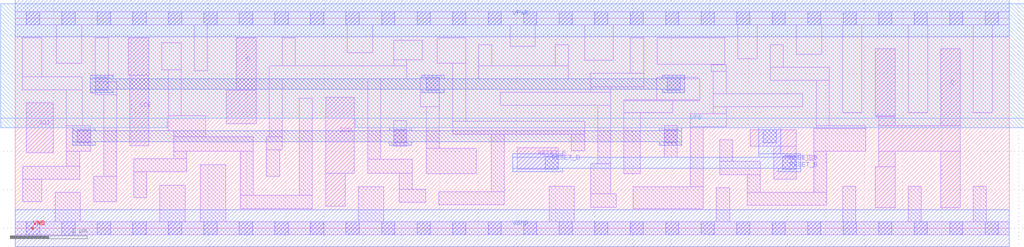
<source format=lef>
# Copyright 2020 The SkyWater PDK Authors
#
# Licensed under the Apache License, Version 2.0 (the "License");
# you may not use this file except in compliance with the License.
# You may obtain a copy of the License at
#
#     https://www.apache.org/licenses/LICENSE-2.0
#
# Unless required by applicable law or agreed to in writing, software
# distributed under the License is distributed on an "AS IS" BASIS,
# WITHOUT WARRANTIES OR CONDITIONS OF ANY KIND, either express or implied.
# See the License for the specific language governing permissions and
# limitations under the License.
#
# SPDX-License-Identifier: Apache-2.0

VERSION 5.7 ;
  NOWIREEXTENSIONATPIN ON ;
  DIVIDERCHAR "/" ;
  BUSBITCHARS "[]" ;
MACRO sky130_fd_sc_hd__sdfrtp_4
  CLASS CORE ;
  FOREIGN sky130_fd_sc_hd__sdfrtp_4 ;
  ORIGIN  0.000000  0.000000 ;
  SIZE  12.88000 BY  2.720000 ;
  SYMMETRY X Y R90 ;
  SITE unithd ;
  PIN D
    ANTENNAGATEAREA  0.144000 ;
    DIRECTION INPUT ;
    USE SIGNAL ;
    PORT
      LAYER li1 ;
        RECT 2.735000 1.355000 3.120000 1.785000 ;
        RECT 2.865000 1.785000 3.120000 2.465000 ;
    END
  END D
  PIN Q
    ANTENNADIFFAREA  0.891000 ;
    DIRECTION OUTPUT ;
    USE SIGNAL ;
    PORT
      LAYER li1 ;
        RECT 11.140000 0.265000 11.400000 0.795000 ;
        RECT 11.140000 1.460000 11.400000 2.325000 ;
        RECT 11.150000 1.445000 11.400000 1.460000 ;
        RECT 11.190000 0.795000 11.400000 0.995000 ;
        RECT 11.190000 0.995000 12.240000 1.325000 ;
        RECT 11.190000 1.325000 11.400000 1.445000 ;
        RECT 11.990000 0.265000 12.240000 0.995000 ;
        RECT 11.990000 1.325000 12.240000 2.325000 ;
    END
  END Q
  PIN RESET_B
    ANTENNAGATEAREA  0.252000 ;
    DIRECTION INPUT ;
    USE SIGNAL ;
    PORT
      LAYER li1 ;
        RECT 6.505000 0.765000 7.035000 1.045000 ;
      LAYER mcon ;
        RECT 6.865000 0.765000 7.035000 0.935000 ;
    END
    PORT
      LAYER li1 ;
        RECT 9.525000 1.065000 10.115000 1.275000 ;
        RECT 9.825000 0.635000 10.115000 1.065000 ;
      LAYER mcon ;
        RECT 9.690000 1.105000  9.860000 1.275000 ;
        RECT 9.945000 0.765000 10.115000 0.935000 ;
    END
    PORT
      LAYER met1 ;
        RECT 6.445000 0.735000  7.095000 0.780000 ;
        RECT 6.445000 0.780000 10.175000 0.920000 ;
        RECT 6.445000 0.920000  7.095000 0.965000 ;
        RECT 9.630000 0.920000 10.175000 0.965000 ;
        RECT 9.630000 0.965000  9.920000 1.305000 ;
        RECT 9.885000 0.735000 10.175000 0.780000 ;
    END
  END RESET_B
  PIN SCD
    ANTENNAGATEAREA  0.156600 ;
    DIRECTION INPUT ;
    USE SIGNAL ;
    PORT
      LAYER li1 ;
        RECT 4.020000 0.285000 4.275000 0.710000 ;
        RECT 4.020000 0.710000 4.395000 1.700000 ;
    END
  END SCD
  PIN SCE
    ANTENNAGATEAREA  0.435000 ;
    DIRECTION INPUT ;
    USE SIGNAL ;
    PORT
      LAYER li1 ;
        RECT 1.465000 1.985000 1.730000 2.465000 ;
        RECT 1.485000 1.070000 1.730000 1.985000 ;
    END
  END SCE
  PIN VNB
    PORT
      LAYER pwell ;
        RECT 0.215000 -0.010000 0.235000 0.015000 ;
    END
  END VNB
  PIN VPB
    PORT
      LAYER nwell ;
        RECT -0.190000 1.305000  1.970000 1.425000 ;
        RECT -0.190000 1.425000 13.070000 2.910000 ;
        RECT  4.405000 1.305000 13.070000 1.425000 ;
    END
  END VPB
  PIN CLK
    ANTENNAGATEAREA  0.247500 ;
    DIRECTION INPUT ;
    USE CLOCK ;
    PORT
      LAYER li1 ;
        RECT 0.140000 0.975000 0.490000 1.625000 ;
    END
  END CLK
  PIN VGND
    DIRECTION INOUT ;
    SHAPE ABUTMENT ;
    USE GROUND ;
    PORT
      LAYER met1 ;
        RECT 0.000000 -0.240000 12.880000 0.240000 ;
    END
  END VGND
  PIN VPWR
    DIRECTION INOUT ;
    SHAPE ABUTMENT ;
    USE POWER ;
    PORT
      LAYER met1 ;
        RECT 0.000000 2.480000 12.880000 2.960000 ;
    END
  END VPWR
  OBS
    LAYER li1 ;
      RECT  0.000000 -0.085000 12.880000 0.085000 ;
      RECT  0.000000  2.635000 12.880000 2.805000 ;
      RECT  0.090000  1.795000  0.865000 1.965000 ;
      RECT  0.090000  1.965000  0.345000 2.465000 ;
      RECT  0.095000  0.345000  0.345000 0.635000 ;
      RECT  0.095000  0.635000  0.835000 0.805000 ;
      RECT  0.515000  0.085000  0.845000 0.465000 ;
      RECT  0.530000  2.135000  0.860000 2.635000 ;
      RECT  0.660000  0.805000  0.835000 0.995000 ;
      RECT  0.660000  0.995000  0.975000 1.325000 ;
      RECT  0.660000  1.325000  0.865000 1.795000 ;
      RECT  1.015000  0.345000  1.315000 0.675000 ;
      RECT  1.035000  1.730000  1.315000 1.900000 ;
      RECT  1.035000  1.900000  1.205000 2.465000 ;
      RECT  1.145000  0.675000  1.315000 1.730000 ;
      RECT  1.535000  0.395000  1.705000 0.730000 ;
      RECT  1.535000  0.730000  2.225000 0.900000 ;
      RECT  1.875000  0.085000  2.205000 0.560000 ;
      RECT  1.900000  2.055000  2.150000 2.400000 ;
      RECT  1.980000  1.260000  2.470000 1.455000 ;
      RECT  1.980000  1.455000  2.150000 2.055000 ;
      RECT  2.055000  0.900000  2.225000 0.995000 ;
      RECT  2.055000  0.995000  3.085000 1.185000 ;
      RECT  2.055000  1.185000  2.470000 1.260000 ;
      RECT  2.320000  2.040000  2.490000 2.635000 ;
      RECT  2.395000  0.085000  2.725000 0.825000 ;
      RECT  2.915000  0.255000  3.850000 0.425000 ;
      RECT  2.915000  0.425000  3.085000 0.995000 ;
      RECT  3.255000  0.675000  3.425000 1.015000 ;
      RECT  3.255000  1.015000  3.460000 1.185000 ;
      RECT  3.290000  1.185000  3.460000 1.935000 ;
      RECT  3.290000  1.935000  5.075000 2.105000 ;
      RECT  3.460000  2.105000  3.630000 2.465000 ;
      RECT  3.680000  0.425000  3.850000 1.685000 ;
      RECT  4.300000  2.275000  4.630000 2.635000 ;
      RECT  4.445000  0.085000  4.775000 0.540000 ;
      RECT  4.565000  0.715000  5.145000 0.895000 ;
      RECT  4.565000  0.895000  4.735000 1.935000 ;
      RECT  4.905000  1.065000  5.075000 1.395000 ;
      RECT  4.905000  2.105000  5.075000 2.185000 ;
      RECT  4.905000  2.185000  5.275000 2.435000 ;
      RECT  4.975000  0.335000  5.315000 0.505000 ;
      RECT  4.975000  0.505000  5.145000 0.715000 ;
      RECT  5.245000  1.575000  5.495000 1.955000 ;
      RECT  5.325000  0.705000  5.975000 1.035000 ;
      RECT  5.325000  1.035000  5.495000 1.575000 ;
      RECT  5.470000  2.135000  5.835000 2.465000 ;
      RECT  5.485000  0.305000  6.335000 0.475000 ;
      RECT  5.665000  1.215000  7.375000 1.385000 ;
      RECT  5.665000  1.385000  5.835000 2.135000 ;
      RECT  6.005000  1.935000  7.165000 2.105000 ;
      RECT  6.005000  2.105000  6.175000 2.375000 ;
      RECT  6.165000  0.475000  6.335000 1.215000 ;
      RECT  6.285000  1.595000  7.715000 1.765000 ;
      RECT  6.410000  2.355000  6.740000 2.635000 ;
      RECT  6.915000  0.085000  7.245000 0.545000 ;
      RECT  6.995000  2.105000  7.165000 2.375000 ;
      RECT  7.205000  1.005000  7.375000 1.215000 ;
      RECT  7.375000  2.175000  7.745000 2.635000 ;
      RECT  7.455000  0.275000  7.785000 0.445000 ;
      RECT  7.455000  0.445000  7.715000 0.835000 ;
      RECT  7.455000  1.765000  7.715000 1.835000 ;
      RECT  7.455000  1.835000  8.140000 2.005000 ;
      RECT  7.545000  0.835000  7.715000 1.595000 ;
      RECT  7.885000  0.705000  8.095000 1.495000 ;
      RECT  7.885000  1.495000  8.520000 1.655000 ;
      RECT  7.885000  1.655000  8.870000 1.665000 ;
      RECT  7.970000  2.005000  8.140000 2.465000 ;
      RECT  8.005000  0.255000  8.915000 0.535000 ;
      RECT  8.310000  1.665000  8.870000 1.935000 ;
      RECT  8.310000  1.935000  8.840000 1.955000 ;
      RECT  8.320000  2.125000  9.190000 2.465000 ;
      RECT  8.405000  0.920000  8.575000 1.325000 ;
      RECT  8.745000  0.535000  8.915000 1.315000 ;
      RECT  8.745000  1.315000  9.210000 1.485000 ;
      RECT  9.015000  2.035000  9.210000 2.115000 ;
      RECT  9.015000  2.115000  9.190000 2.125000 ;
      RECT  9.040000  1.485000  9.210000 1.575000 ;
      RECT  9.040000  1.575000 10.205000 1.745000 ;
      RECT  9.040000  1.745000  9.210000 2.035000 ;
      RECT  9.085000  0.085000  9.255000 0.525000 ;
      RECT  9.125000  0.695000  9.655000 0.865000 ;
      RECT  9.125000  0.865000  9.295000 1.145000 ;
      RECT  9.360000  2.195000  9.610000 2.635000 ;
      RECT  9.485000  0.295000 10.515000 0.465000 ;
      RECT  9.485000  0.465000  9.655000 0.695000 ;
      RECT  9.780000  1.915000 10.545000 2.085000 ;
      RECT  9.780000  2.085000  9.950000 2.375000 ;
      RECT 10.120000  2.255000 10.450000 2.635000 ;
      RECT 10.345000  0.465000 10.515000 0.995000 ;
      RECT 10.345000  0.995000 11.020000 1.295000 ;
      RECT 10.375000  1.295000 11.020000 1.325000 ;
      RECT 10.375000  1.325000 10.545000 1.915000 ;
      RECT 10.720000  0.085000 10.890000 0.545000 ;
      RECT 10.720000  1.495000 10.970000 2.635000 ;
      RECT 11.570000  0.085000 11.740000 0.545000 ;
      RECT 11.570000  1.495000 11.820000 2.635000 ;
      RECT 12.410000  0.085000 12.580000 0.545000 ;
      RECT 12.410000  1.495000 12.660000 2.635000 ;
    LAYER mcon ;
      RECT  0.145000 -0.085000  0.315000 0.085000 ;
      RECT  0.145000  2.635000  0.315000 2.805000 ;
      RECT  0.605000 -0.085000  0.775000 0.085000 ;
      RECT  0.605000  2.635000  0.775000 2.805000 ;
      RECT  0.805000  1.105000  0.975000 1.275000 ;
      RECT  1.035000  1.785000  1.205000 1.955000 ;
      RECT  1.065000 -0.085000  1.235000 0.085000 ;
      RECT  1.065000  2.635000  1.235000 2.805000 ;
      RECT  1.525000 -0.085000  1.695000 0.085000 ;
      RECT  1.525000  2.635000  1.695000 2.805000 ;
      RECT  1.985000 -0.085000  2.155000 0.085000 ;
      RECT  1.985000  2.635000  2.155000 2.805000 ;
      RECT  2.445000 -0.085000  2.615000 0.085000 ;
      RECT  2.445000  2.635000  2.615000 2.805000 ;
      RECT  2.905000 -0.085000  3.075000 0.085000 ;
      RECT  2.905000  2.635000  3.075000 2.805000 ;
      RECT  3.365000 -0.085000  3.535000 0.085000 ;
      RECT  3.365000  2.635000  3.535000 2.805000 ;
      RECT  3.825000 -0.085000  3.995000 0.085000 ;
      RECT  3.825000  2.635000  3.995000 2.805000 ;
      RECT  4.285000 -0.085000  4.455000 0.085000 ;
      RECT  4.285000  2.635000  4.455000 2.805000 ;
      RECT  4.745000 -0.085000  4.915000 0.085000 ;
      RECT  4.745000  2.635000  4.915000 2.805000 ;
      RECT  4.905000  1.105000  5.075000 1.275000 ;
      RECT  5.205000 -0.085000  5.375000 0.085000 ;
      RECT  5.205000  2.635000  5.375000 2.805000 ;
      RECT  5.325000  1.785000  5.495000 1.955000 ;
      RECT  5.665000 -0.085000  5.835000 0.085000 ;
      RECT  5.665000  2.635000  5.835000 2.805000 ;
      RECT  6.125000 -0.085000  6.295000 0.085000 ;
      RECT  6.125000  2.635000  6.295000 2.805000 ;
      RECT  6.585000 -0.085000  6.755000 0.085000 ;
      RECT  6.585000  2.635000  6.755000 2.805000 ;
      RECT  7.045000 -0.085000  7.215000 0.085000 ;
      RECT  7.045000  2.635000  7.215000 2.805000 ;
      RECT  7.505000 -0.085000  7.675000 0.085000 ;
      RECT  7.505000  2.635000  7.675000 2.805000 ;
      RECT  7.965000 -0.085000  8.135000 0.085000 ;
      RECT  7.965000  2.635000  8.135000 2.805000 ;
      RECT  8.405000  1.105000  8.575000 1.275000 ;
      RECT  8.425000 -0.085000  8.595000 0.085000 ;
      RECT  8.425000  2.635000  8.595000 2.805000 ;
      RECT  8.445000  1.785000  8.615000 1.955000 ;
      RECT  8.885000 -0.085000  9.055000 0.085000 ;
      RECT  8.885000  2.635000  9.055000 2.805000 ;
      RECT  9.345000 -0.085000  9.515000 0.085000 ;
      RECT  9.345000  2.635000  9.515000 2.805000 ;
      RECT  9.805000 -0.085000  9.975000 0.085000 ;
      RECT  9.805000  2.635000  9.975000 2.805000 ;
      RECT 10.265000 -0.085000 10.435000 0.085000 ;
      RECT 10.265000  2.635000 10.435000 2.805000 ;
      RECT 10.725000 -0.085000 10.895000 0.085000 ;
      RECT 10.725000  2.635000 10.895000 2.805000 ;
      RECT 11.185000 -0.085000 11.355000 0.085000 ;
      RECT 11.185000  2.635000 11.355000 2.805000 ;
      RECT 11.645000 -0.085000 11.815000 0.085000 ;
      RECT 11.645000  2.635000 11.815000 2.805000 ;
      RECT 12.105000 -0.085000 12.275000 0.085000 ;
      RECT 12.105000  2.635000 12.275000 2.805000 ;
      RECT 12.565000 -0.085000 12.735000 0.085000 ;
      RECT 12.565000  2.635000 12.735000 2.805000 ;
    LAYER met1 ;
      RECT 0.745000 1.075000 1.035000 1.120000 ;
      RECT 0.745000 1.120000 8.635000 1.260000 ;
      RECT 0.745000 1.260000 1.035000 1.305000 ;
      RECT 0.970000 1.755000 1.270000 1.800000 ;
      RECT 0.970000 1.800000 8.675000 1.940000 ;
      RECT 0.970000 1.940000 1.270000 1.985000 ;
      RECT 4.845000 1.075000 5.135000 1.120000 ;
      RECT 4.845000 1.260000 5.135000 1.305000 ;
      RECT 5.265000 1.755000 5.555000 1.800000 ;
      RECT 5.265000 1.940000 5.555000 1.985000 ;
      RECT 8.345000 1.075000 8.635000 1.120000 ;
      RECT 8.345000 1.260000 8.635000 1.305000 ;
      RECT 8.385000 1.755000 8.675000 1.800000 ;
      RECT 8.385000 1.940000 8.675000 1.985000 ;
  END
END sky130_fd_sc_hd__sdfrtp_4
END LIBRARY

</source>
